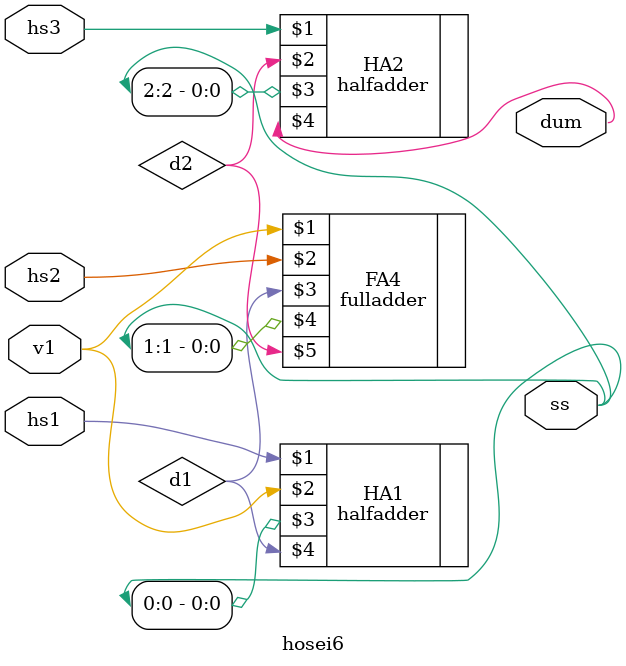
<source format=v>
module hosei6 (hs1, hs2, hs3, v1, ss, dum);
input   hs1, hs2, hs3, v1;
output  [2:0]   ss;
output  dum;
wire    d1, d2;

halfadder HA1(hs1, v1, ss[0], d1);
fulladder FA4(v1, hs2, d1, ss[1], d2);
halfadder HA2(hs3, d2, ss[2], dum);

endmodule
</source>
